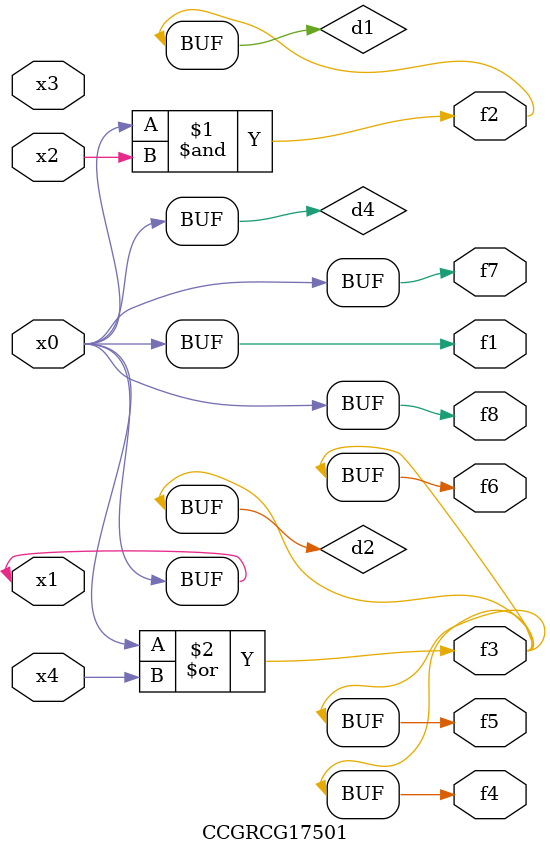
<source format=v>
module CCGRCG17501(
	input x0, x1, x2, x3, x4,
	output f1, f2, f3, f4, f5, f6, f7, f8
);

	wire d1, d2, d3, d4;

	and (d1, x0, x2);
	or (d2, x0, x4);
	nand (d3, x0, x2);
	buf (d4, x0, x1);
	assign f1 = d4;
	assign f2 = d1;
	assign f3 = d2;
	assign f4 = d2;
	assign f5 = d2;
	assign f6 = d2;
	assign f7 = d4;
	assign f8 = d4;
endmodule

</source>
